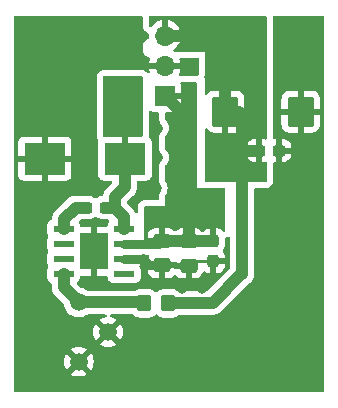
<source format=gtl>
G04 #@! TF.GenerationSoftware,KiCad,Pcbnew,(6.0.1)*
G04 #@! TF.CreationDate,2022-06-09T14:01:23-07:00*
G04 #@! TF.ProjectId,Regulator_5V_rev1_2,52656775-6c61-4746-9f72-5f35565f7265,1.2*
G04 #@! TF.SameCoordinates,Original*
G04 #@! TF.FileFunction,Copper,L1,Top*
G04 #@! TF.FilePolarity,Positive*
%FSLAX46Y46*%
G04 Gerber Fmt 4.6, Leading zero omitted, Abs format (unit mm)*
G04 Created by KiCad (PCBNEW (6.0.1)) date 2022-06-09 14:01:23*
%MOMM*%
%LPD*%
G01*
G04 APERTURE LIST*
G04 Aperture macros list*
%AMRoundRect*
0 Rectangle with rounded corners*
0 $1 Rounding radius*
0 $2 $3 $4 $5 $6 $7 $8 $9 X,Y pos of 4 corners*
0 Add a 4 corners polygon primitive as box body*
4,1,4,$2,$3,$4,$5,$6,$7,$8,$9,$2,$3,0*
0 Add four circle primitives for the rounded corners*
1,1,$1+$1,$2,$3*
1,1,$1+$1,$4,$5*
1,1,$1+$1,$6,$7*
1,1,$1+$1,$8,$9*
0 Add four rect primitives between the rounded corners*
20,1,$1+$1,$2,$3,$4,$5,0*
20,1,$1+$1,$4,$5,$6,$7,0*
20,1,$1+$1,$6,$7,$8,$9,0*
20,1,$1+$1,$8,$9,$2,$3,0*%
G04 Aperture macros list end*
G04 #@! TA.AperFunction,SMDPad,CuDef*
%ADD10RoundRect,0.250000X-0.875000X-1.025000X0.875000X-1.025000X0.875000X1.025000X-0.875000X1.025000X0*%
G04 #@! TD*
G04 #@! TA.AperFunction,SMDPad,CuDef*
%ADD11RoundRect,0.237500X-0.300000X-0.237500X0.300000X-0.237500X0.300000X0.237500X-0.300000X0.237500X0*%
G04 #@! TD*
G04 #@! TA.AperFunction,SMDPad,CuDef*
%ADD12R,1.778000X0.533400*%
G04 #@! TD*
G04 #@! TA.AperFunction,SMDPad,CuDef*
%ADD13R,2.400000X3.099999*%
G04 #@! TD*
G04 #@! TA.AperFunction,SMDPad,CuDef*
%ADD14RoundRect,0.250000X-0.475000X0.337500X-0.475000X-0.337500X0.475000X-0.337500X0.475000X0.337500X0*%
G04 #@! TD*
G04 #@! TA.AperFunction,SMDPad,CuDef*
%ADD15RoundRect,0.250000X0.350000X0.450000X-0.350000X0.450000X-0.350000X-0.450000X0.350000X-0.450000X0*%
G04 #@! TD*
G04 #@! TA.AperFunction,SMDPad,CuDef*
%ADD16R,3.500000X2.700000*%
G04 #@! TD*
G04 #@! TA.AperFunction,ComponentPad*
%ADD17C,1.498600*%
G04 #@! TD*
G04 #@! TA.AperFunction,SMDPad,CuDef*
%ADD18RoundRect,0.237500X-0.237500X0.300000X-0.237500X-0.300000X0.237500X-0.300000X0.237500X0.300000X0*%
G04 #@! TD*
G04 #@! TA.AperFunction,ComponentPad*
%ADD19R,1.700000X1.700000*%
G04 #@! TD*
G04 #@! TA.AperFunction,ComponentPad*
%ADD20O,1.700000X1.700000*%
G04 #@! TD*
G04 #@! TA.AperFunction,ViaPad*
%ADD21C,0.800000*%
G04 #@! TD*
G04 #@! TA.AperFunction,Conductor*
%ADD22C,1.000000*%
G04 #@! TD*
G04 #@! TA.AperFunction,Conductor*
%ADD23C,0.250000*%
G04 #@! TD*
G04 #@! TA.AperFunction,Conductor*
%ADD24C,0.750000*%
G04 #@! TD*
G04 #@! TA.AperFunction,Conductor*
%ADD25C,0.500000*%
G04 #@! TD*
G04 APERTURE END LIST*
D10*
X147676000Y-80518000D03*
X154076000Y-80518000D03*
D11*
X150521500Y-83820000D03*
X152246500Y-83820000D03*
D12*
X134002350Y-90449500D03*
X134002350Y-91719500D03*
X134002350Y-92989500D03*
X134002350Y-94259500D03*
X139133150Y-94259500D03*
X139133150Y-92989500D03*
X139133150Y-91719500D03*
X139133150Y-90449500D03*
D13*
X136567750Y-92354500D03*
D14*
X144590000Y-91476500D03*
X144590000Y-93551500D03*
D15*
X142850000Y-96750000D03*
X140850000Y-96750000D03*
D11*
X135857500Y-88640000D03*
X137582500Y-88640000D03*
D16*
X139200000Y-84500000D03*
X132400000Y-84500000D03*
D17*
X135274500Y-96681000D03*
X137774500Y-99181000D03*
X135274500Y-101681000D03*
D18*
X146690000Y-91451500D03*
X146690000Y-93176500D03*
D19*
X142565000Y-79185000D03*
D20*
X142565000Y-76645000D03*
X142565000Y-74105000D03*
D14*
X142340000Y-91466500D03*
X142340000Y-93541500D03*
D21*
X141900000Y-87000000D03*
X142000000Y-81900000D03*
X152400000Y-88138000D03*
X131064000Y-93218000D03*
X134410000Y-76800000D03*
X145700000Y-95500000D03*
X152175000Y-101225000D03*
X152420000Y-92740000D03*
X136620000Y-89960000D03*
X144018000Y-95504000D03*
X154130000Y-83810000D03*
X131064000Y-88900000D03*
X136550000Y-94750000D03*
X140720000Y-92990000D03*
X142000000Y-84400000D03*
X154020000Y-75220000D03*
X136050000Y-84450000D03*
X138000000Y-78200000D03*
X140300000Y-85200000D03*
X138000000Y-83800000D03*
X138000000Y-85100000D03*
X139900000Y-81600000D03*
X139900000Y-79900000D03*
X137950000Y-79950000D03*
X137950000Y-81650000D03*
X139900000Y-78200000D03*
X140200000Y-83800000D03*
X146350000Y-77570000D03*
X150190000Y-77550000D03*
X150200000Y-79650000D03*
X150250000Y-81350000D03*
X147676000Y-80518000D03*
X148350000Y-77570000D03*
D22*
X134002350Y-89647650D02*
X134002350Y-90449500D01*
X135857500Y-88640000D02*
X135010000Y-88640000D01*
X135010000Y-88640000D02*
X134002350Y-89647650D01*
X135274500Y-96681000D02*
X140781000Y-96681000D01*
D23*
X140781000Y-96681000D02*
X140850000Y-96750000D01*
D22*
X134002350Y-94259500D02*
X134002350Y-95408850D01*
X134002350Y-95408850D02*
X135274500Y-96681000D01*
D24*
X142340000Y-93541500D02*
X141271500Y-93541500D01*
D23*
X146690000Y-93176500D02*
X144965000Y-93176500D01*
X139133650Y-92990000D02*
X139133150Y-92989500D01*
D24*
X140720000Y-92990000D02*
X139133650Y-92990000D01*
X141271500Y-93541500D02*
X140720000Y-92990000D01*
D23*
X142350000Y-93551500D02*
X142340000Y-93541500D01*
X144590000Y-93551500D02*
X142350000Y-93551500D01*
X144965000Y-93176500D02*
X144590000Y-93551500D01*
X144920000Y-93557500D02*
X144910000Y-93547500D01*
X144925000Y-91457500D02*
X144910000Y-91472500D01*
D25*
X142340000Y-91466500D02*
X142087000Y-91719500D01*
D22*
X142565000Y-79185000D02*
X144590000Y-81210000D01*
D24*
X142355000Y-91451500D02*
X142340000Y-91466500D01*
X142087000Y-91719500D02*
X139133150Y-91719500D01*
D22*
X146690000Y-91451500D02*
X142355000Y-91451500D01*
X144590000Y-81210000D02*
X144590000Y-91476500D01*
D25*
X144910000Y-91472500D02*
X144657000Y-91725500D01*
D22*
X138320000Y-87780000D02*
X139200000Y-86900000D01*
X138745000Y-89065000D02*
X139133150Y-89453150D01*
X138320000Y-88640000D02*
X138745000Y-89065000D01*
X139200000Y-86900000D02*
X139200000Y-84500000D01*
X139133150Y-89453150D02*
X139133150Y-90449500D01*
X138320000Y-88640000D02*
X138320000Y-87780000D01*
X137582500Y-88640000D02*
X138320000Y-88640000D01*
X142900000Y-96700000D02*
X142850000Y-96750000D01*
X146640614Y-96700000D02*
X149038614Y-94302000D01*
X149098000Y-83820000D02*
X149098000Y-80772000D01*
X146985000Y-74105000D02*
X147676000Y-74796000D01*
X149098000Y-80772000D02*
X148844000Y-80518000D01*
D23*
X149038614Y-94302000D02*
X149098000Y-94302000D01*
D22*
X146640614Y-96700000D02*
X142900000Y-96700000D01*
X147676000Y-78924000D02*
X147676000Y-80518000D01*
X147676000Y-74796000D02*
X147676000Y-78924000D01*
X142565000Y-74105000D02*
X146985000Y-74105000D01*
X148844000Y-80518000D02*
X147676000Y-80518000D01*
X149098000Y-94302000D02*
X149098000Y-83820000D01*
X150521500Y-83820000D02*
X149098000Y-83820000D01*
G04 #@! TA.AperFunction,Conductor*
G36*
X140658121Y-72428002D02*
G01*
X140704614Y-72481658D01*
X140716000Y-72534000D01*
X140716000Y-73252578D01*
X140720226Y-73317964D01*
X140724401Y-73350131D01*
X140737008Y-73414434D01*
X140793442Y-73547558D01*
X140830172Y-73608315D01*
X140921826Y-73720150D01*
X141041274Y-73801630D01*
X141105021Y-73832884D01*
X141109296Y-73834268D01*
X141109299Y-73834269D01*
X141126310Y-73839775D01*
X141184960Y-73879783D01*
X141212670Y-73945149D01*
X141212794Y-73973040D01*
X141202251Y-74071695D01*
X141202548Y-74076848D01*
X141202548Y-74076851D01*
X141212380Y-74247370D01*
X141196332Y-74316529D01*
X141145442Y-74366034D01*
X141122087Y-74375519D01*
X141095277Y-74383391D01*
X141095275Y-74383392D01*
X141086628Y-74385931D01*
X140964990Y-74464103D01*
X140911334Y-74510596D01*
X140816645Y-74619872D01*
X140756579Y-74751398D01*
X140736577Y-74819519D01*
X140735937Y-74823967D01*
X140735936Y-74823974D01*
X140716639Y-74958190D01*
X140716638Y-74958197D01*
X140716000Y-74962638D01*
X140716000Y-75312000D01*
X140727609Y-75419980D01*
X140738995Y-75472322D01*
X140773293Y-75575372D01*
X140851465Y-75697010D01*
X140897958Y-75750666D01*
X141007234Y-75845355D01*
X141138760Y-75905421D01*
X141162514Y-75912396D01*
X141202558Y-75924154D01*
X141202562Y-75924155D01*
X141206881Y-75925423D01*
X141211338Y-75926064D01*
X141211348Y-75926066D01*
X141221891Y-75927582D01*
X141286472Y-75957075D01*
X141324855Y-76016801D01*
X141324855Y-76087798D01*
X141318247Y-76105349D01*
X141288339Y-76169782D01*
X141284775Y-76179470D01*
X141229389Y-76379183D01*
X141230912Y-76387607D01*
X141243292Y-76391000D01*
X143883344Y-76391000D01*
X143896875Y-76387027D01*
X143898180Y-76377947D01*
X143856214Y-76210875D01*
X143852894Y-76201124D01*
X143818596Y-76122242D01*
X143809777Y-76051795D01*
X143840443Y-75987763D01*
X143900860Y-75950476D01*
X143934146Y-75946000D01*
X145312000Y-75946000D01*
X145380121Y-75966002D01*
X145426614Y-76019658D01*
X145438000Y-76072000D01*
X145438000Y-77384545D01*
X145417998Y-77452666D01*
X145364342Y-77499159D01*
X145294069Y-77509263D01*
X145178448Y-77492639D01*
X145178441Y-77492638D01*
X145174000Y-77492000D01*
X144013779Y-77492000D01*
X144012121Y-77492090D01*
X144012104Y-77492090D01*
X143977126Y-77493979D01*
X143959062Y-77494955D01*
X143957373Y-77495138D01*
X143933761Y-77497696D01*
X143933757Y-77497697D01*
X143932073Y-77497879D01*
X143877971Y-77506716D01*
X143877586Y-77504358D01*
X143817212Y-77502833D01*
X143758474Y-77462953D01*
X143730621Y-77397648D01*
X143742795Y-77327045D01*
X143829670Y-77151267D01*
X143833469Y-77141672D01*
X143895377Y-76937910D01*
X143897555Y-76927837D01*
X143898986Y-76916962D01*
X143896775Y-76902778D01*
X143883617Y-76899000D01*
X141248225Y-76899000D01*
X141234694Y-76902973D01*
X141233257Y-76912966D01*
X141263565Y-77047446D01*
X141266644Y-77057275D01*
X141293216Y-77122713D01*
X141300312Y-77193354D01*
X141268090Y-77256617D01*
X141206781Y-77292418D01*
X141135849Y-77289388D01*
X141075605Y-77245627D01*
X141074969Y-77244777D01*
X141072535Y-77240990D01*
X141069590Y-77237591D01*
X141069586Y-77237586D01*
X141028982Y-77190727D01*
X141026042Y-77187334D01*
X141007213Y-77171018D01*
X140973346Y-77141672D01*
X140916766Y-77092645D01*
X140785240Y-77032579D01*
X140761486Y-77025604D01*
X140721442Y-77013846D01*
X140721438Y-77013845D01*
X140717119Y-77012577D01*
X140712671Y-77011937D01*
X140712664Y-77011936D01*
X140578448Y-76992639D01*
X140578441Y-76992638D01*
X140574000Y-76992000D01*
X137426000Y-76992000D01*
X137318020Y-77003609D01*
X137314736Y-77004323D01*
X137314732Y-77004324D01*
X137289661Y-77009778D01*
X137265678Y-77014995D01*
X137162628Y-77049293D01*
X137040990Y-77127465D01*
X136987334Y-77173958D01*
X136984393Y-77177352D01*
X136972803Y-77190727D01*
X136892645Y-77283234D01*
X136832579Y-77414760D01*
X136831311Y-77419079D01*
X136818144Y-77463923D01*
X136812577Y-77482881D01*
X136811937Y-77487329D01*
X136811936Y-77487336D01*
X136792639Y-77621552D01*
X136792638Y-77621559D01*
X136792000Y-77626000D01*
X136792000Y-82516001D01*
X136803609Y-82623981D01*
X136804323Y-82627265D01*
X136804324Y-82627269D01*
X136808811Y-82647895D01*
X136814995Y-82676323D01*
X136849293Y-82779373D01*
X136927465Y-82901011D01*
X136930410Y-82904410D01*
X136933108Y-82908014D01*
X136931905Y-82908915D01*
X136958709Y-82967627D01*
X136952540Y-83024527D01*
X136952855Y-83024602D01*
X136952262Y-83027097D01*
X136951972Y-83029769D01*
X136948255Y-83039684D01*
X136947402Y-83047532D01*
X136947402Y-83047534D01*
X136947390Y-83047648D01*
X136941500Y-83101866D01*
X136941500Y-85898134D01*
X136948255Y-85960316D01*
X136999385Y-86096705D01*
X137086739Y-86213261D01*
X137203295Y-86300615D01*
X137339684Y-86351745D01*
X137401866Y-86358500D01*
X138011074Y-86358500D01*
X138079195Y-86378502D01*
X138125688Y-86432158D01*
X138135792Y-86502432D01*
X138106298Y-86567012D01*
X138100170Y-86573595D01*
X137650617Y-87023149D01*
X137640473Y-87032251D01*
X137610975Y-87055968D01*
X137587682Y-87083727D01*
X137578709Y-87094421D01*
X137575528Y-87098069D01*
X137573885Y-87099881D01*
X137571691Y-87102075D01*
X137544358Y-87135349D01*
X137543696Y-87136147D01*
X137483846Y-87207474D01*
X137481278Y-87212144D01*
X137477897Y-87216261D01*
X137458601Y-87252248D01*
X137434023Y-87298086D01*
X137433394Y-87299245D01*
X137391538Y-87375381D01*
X137391535Y-87375389D01*
X137388567Y-87380787D01*
X137386955Y-87385869D01*
X137384438Y-87390563D01*
X137357238Y-87479531D01*
X137356918Y-87480559D01*
X137328765Y-87569306D01*
X137328765Y-87569307D01*
X137326295Y-87568524D01*
X137297903Y-87621069D01*
X137235741Y-87655368D01*
X137221420Y-87657694D01*
X137135765Y-87666581D01*
X137135761Y-87666582D01*
X137128907Y-87667293D01*
X137122371Y-87669474D01*
X137122369Y-87669474D01*
X137026241Y-87701545D01*
X136963893Y-87722346D01*
X136957661Y-87726202D01*
X136957662Y-87726202D01*
X136823490Y-87809230D01*
X136815969Y-87813884D01*
X136809077Y-87820788D01*
X136807613Y-87821589D01*
X136805062Y-87823611D01*
X136804716Y-87823174D01*
X136746796Y-87854866D01*
X136675976Y-87849863D01*
X136630890Y-87820944D01*
X136628184Y-87818243D01*
X136623003Y-87813071D01*
X136597022Y-87797056D01*
X136481150Y-87725631D01*
X136481148Y-87725630D01*
X136474920Y-87721791D01*
X136309809Y-87667026D01*
X136302973Y-87666326D01*
X136302970Y-87666325D01*
X136251474Y-87661049D01*
X136207072Y-87656500D01*
X136112083Y-87656500D01*
X136080167Y-87651559D01*
X136080093Y-87651909D01*
X136074066Y-87650628D01*
X136068194Y-87648765D01*
X136062077Y-87648079D01*
X136062073Y-87648078D01*
X135989242Y-87639909D01*
X135914273Y-87631500D01*
X135071842Y-87631500D01*
X135058235Y-87630763D01*
X135026737Y-87627341D01*
X135026732Y-87627341D01*
X135020611Y-87626676D01*
X135006655Y-87627897D01*
X134970609Y-87631050D01*
X134965784Y-87631379D01*
X134963313Y-87631500D01*
X134960231Y-87631500D01*
X134937763Y-87633703D01*
X134917489Y-87635691D01*
X134916174Y-87635813D01*
X134883913Y-87638636D01*
X134823587Y-87643913D01*
X134818468Y-87645400D01*
X134813167Y-87645920D01*
X134807262Y-87647703D01*
X134807261Y-87647703D01*
X134793330Y-87651909D01*
X134724194Y-87672782D01*
X134723054Y-87673120D01*
X134633663Y-87699091D01*
X134628929Y-87701545D01*
X134623831Y-87703084D01*
X134618387Y-87705978D01*
X134618386Y-87705979D01*
X134541831Y-87746684D01*
X134540663Y-87747298D01*
X134458074Y-87790108D01*
X134453911Y-87793431D01*
X134449204Y-87795934D01*
X134377082Y-87854755D01*
X134376226Y-87855446D01*
X134337027Y-87886738D01*
X134334523Y-87889242D01*
X134333805Y-87889884D01*
X134329472Y-87893585D01*
X134295938Y-87920935D01*
X134266709Y-87956267D01*
X134258728Y-87965037D01*
X133332967Y-88890799D01*
X133322823Y-88899901D01*
X133293325Y-88923618D01*
X133289358Y-88928346D01*
X133261059Y-88962071D01*
X133257878Y-88965719D01*
X133256235Y-88967531D01*
X133254041Y-88969725D01*
X133226708Y-89002999D01*
X133226046Y-89003797D01*
X133166196Y-89075124D01*
X133163628Y-89079794D01*
X133160247Y-89083911D01*
X133129210Y-89141795D01*
X133116373Y-89165736D01*
X133115744Y-89166895D01*
X133073888Y-89243031D01*
X133073885Y-89243039D01*
X133070917Y-89248437D01*
X133069305Y-89253519D01*
X133066788Y-89258213D01*
X133039588Y-89347181D01*
X133039268Y-89348209D01*
X133011115Y-89436956D01*
X133010521Y-89442252D01*
X133008963Y-89447348D01*
X133007057Y-89466116D01*
X132999568Y-89539837D01*
X132999439Y-89541043D01*
X132993850Y-89590877D01*
X132993850Y-89594404D01*
X132993795Y-89595389D01*
X132993345Y-89601101D01*
X132992420Y-89610203D01*
X132965633Y-89675953D01*
X132911296Y-89715446D01*
X132866645Y-89732185D01*
X132750089Y-89819539D01*
X132662735Y-89936095D01*
X132611605Y-90072484D01*
X132604850Y-90134666D01*
X132604850Y-90764334D01*
X132611605Y-90826516D01*
X132662735Y-90962905D01*
X132697234Y-91008937D01*
X132722081Y-91075441D01*
X132707028Y-91144823D01*
X132697240Y-91160055D01*
X132662735Y-91206095D01*
X132611605Y-91342484D01*
X132604850Y-91404666D01*
X132604850Y-92034334D01*
X132611605Y-92096516D01*
X132662735Y-92232905D01*
X132697234Y-92278937D01*
X132722081Y-92345441D01*
X132707028Y-92414823D01*
X132697240Y-92430055D01*
X132662735Y-92476095D01*
X132611605Y-92612484D01*
X132604850Y-92674666D01*
X132604850Y-93304334D01*
X132611605Y-93366516D01*
X132662735Y-93502905D01*
X132697234Y-93548937D01*
X132722081Y-93615441D01*
X132707028Y-93684823D01*
X132697240Y-93700055D01*
X132662735Y-93746095D01*
X132611605Y-93882484D01*
X132604850Y-93944666D01*
X132604850Y-94574334D01*
X132611605Y-94636516D01*
X132662735Y-94772905D01*
X132750089Y-94889461D01*
X132757269Y-94894842D01*
X132859463Y-94971433D01*
X132859466Y-94971435D01*
X132866645Y-94976815D01*
X132875049Y-94979966D01*
X132875050Y-94979966D01*
X132912078Y-94993847D01*
X132968843Y-95036488D01*
X132993544Y-95103049D01*
X132993850Y-95111829D01*
X132993850Y-95347007D01*
X132993113Y-95360614D01*
X132989026Y-95398238D01*
X132989563Y-95404373D01*
X132993400Y-95448238D01*
X132993729Y-95453064D01*
X132993850Y-95455536D01*
X132993850Y-95458619D01*
X132994151Y-95461687D01*
X132998040Y-95501356D01*
X132998162Y-95502669D01*
X133001588Y-95541828D01*
X133006263Y-95595263D01*
X133007750Y-95600382D01*
X133008270Y-95605683D01*
X133035141Y-95694684D01*
X133035476Y-95695817D01*
X133037134Y-95701522D01*
X133061441Y-95785186D01*
X133063894Y-95789918D01*
X133065434Y-95795019D01*
X133068328Y-95800462D01*
X133109081Y-95877110D01*
X133109693Y-95878276D01*
X133149621Y-95955303D01*
X133152458Y-95960776D01*
X133155781Y-95964939D01*
X133158284Y-95969646D01*
X133217105Y-96041768D01*
X133217796Y-96042624D01*
X133249088Y-96081823D01*
X133251592Y-96084327D01*
X133252234Y-96085045D01*
X133255935Y-96089378D01*
X133283285Y-96122912D01*
X133288032Y-96126839D01*
X133288034Y-96126841D01*
X133318612Y-96152137D01*
X133327392Y-96160127D01*
X133995776Y-96828511D01*
X134030664Y-96895533D01*
X134031077Y-96900249D01*
X134088039Y-97112836D01*
X134181052Y-97312302D01*
X134307288Y-97492587D01*
X134462913Y-97648212D01*
X134467421Y-97651369D01*
X134467424Y-97651371D01*
X134574473Y-97726327D01*
X134643197Y-97774448D01*
X134648179Y-97776771D01*
X134648184Y-97776774D01*
X134799096Y-97847145D01*
X134842664Y-97867461D01*
X134847972Y-97868883D01*
X134847974Y-97868884D01*
X135049936Y-97922999D01*
X135049937Y-97922999D01*
X135055251Y-97924423D01*
X135274500Y-97943605D01*
X135493749Y-97924423D01*
X135499063Y-97922999D01*
X135499064Y-97922999D01*
X135701026Y-97868884D01*
X135701028Y-97868883D01*
X135706336Y-97867461D01*
X135749904Y-97847145D01*
X135900822Y-97776771D01*
X135900825Y-97776769D01*
X135905803Y-97774448D01*
X135974527Y-97726327D01*
X135994579Y-97712287D01*
X136066849Y-97689500D01*
X137527627Y-97689500D01*
X137595748Y-97709502D01*
X137642241Y-97763158D01*
X137652345Y-97833432D01*
X137622851Y-97898012D01*
X137563125Y-97936396D01*
X137550914Y-97939256D01*
X137348145Y-97993588D01*
X137337853Y-97997334D01*
X137148436Y-98085661D01*
X137138940Y-98091144D01*
X137097854Y-98119913D01*
X137089479Y-98130390D01*
X137096548Y-98143838D01*
X137761688Y-98808978D01*
X137775632Y-98816592D01*
X137777465Y-98816461D01*
X137784080Y-98812210D01*
X138453174Y-98143116D01*
X138459604Y-98131341D01*
X138450308Y-98119326D01*
X138410060Y-98091144D01*
X138400565Y-98085661D01*
X138211147Y-97997334D01*
X138200855Y-97993588D01*
X137993662Y-97938071D01*
X137993987Y-97936857D01*
X137935881Y-97908059D01*
X137899411Y-97847145D01*
X137901664Y-97776184D01*
X137941923Y-97717706D01*
X138007407Y-97690276D01*
X138021373Y-97689500D01*
X139864573Y-97689500D01*
X139932694Y-97709502D01*
X139953590Y-97726327D01*
X140021512Y-97794130D01*
X140021517Y-97794134D01*
X140026697Y-97799305D01*
X140032927Y-97803145D01*
X140032928Y-97803146D01*
X140170090Y-97887694D01*
X140177262Y-97892115D01*
X140225332Y-97908059D01*
X140338611Y-97945632D01*
X140338613Y-97945632D01*
X140345139Y-97947797D01*
X140351975Y-97948497D01*
X140351978Y-97948498D01*
X140395031Y-97952909D01*
X140449600Y-97958500D01*
X141250400Y-97958500D01*
X141253646Y-97958163D01*
X141253650Y-97958163D01*
X141349308Y-97948238D01*
X141349312Y-97948237D01*
X141356166Y-97947526D01*
X141362702Y-97945345D01*
X141362704Y-97945345D01*
X141504577Y-97898012D01*
X141523946Y-97891550D01*
X141674348Y-97798478D01*
X141760784Y-97711891D01*
X141823066Y-97677812D01*
X141893886Y-97682815D01*
X141938975Y-97711736D01*
X141972780Y-97745482D01*
X142026697Y-97799305D01*
X142032927Y-97803145D01*
X142032928Y-97803146D01*
X142170090Y-97887694D01*
X142177262Y-97892115D01*
X142225332Y-97908059D01*
X142338611Y-97945632D01*
X142338613Y-97945632D01*
X142345139Y-97947797D01*
X142351975Y-97948497D01*
X142351978Y-97948498D01*
X142395031Y-97952909D01*
X142449600Y-97958500D01*
X143250400Y-97958500D01*
X143253646Y-97958163D01*
X143253650Y-97958163D01*
X143349308Y-97948238D01*
X143349312Y-97948237D01*
X143356166Y-97947526D01*
X143362702Y-97945345D01*
X143362704Y-97945345D01*
X143504577Y-97898012D01*
X143523946Y-97891550D01*
X143674348Y-97798478D01*
X143701488Y-97771291D01*
X143727252Y-97745482D01*
X143789535Y-97711403D01*
X143816425Y-97708500D01*
X146578771Y-97708500D01*
X146592378Y-97709237D01*
X146623876Y-97712659D01*
X146623881Y-97712659D01*
X146630002Y-97713324D01*
X146656252Y-97711027D01*
X146680002Y-97708950D01*
X146684828Y-97708621D01*
X146687300Y-97708500D01*
X146690383Y-97708500D01*
X146702352Y-97707326D01*
X146733120Y-97704310D01*
X146734433Y-97704188D01*
X146778698Y-97700315D01*
X146827027Y-97696087D01*
X146832146Y-97694600D01*
X146837447Y-97694080D01*
X146926448Y-97667209D01*
X146927581Y-97666874D01*
X147011028Y-97642630D01*
X147011032Y-97642628D01*
X147016950Y-97640909D01*
X147021682Y-97638456D01*
X147026783Y-97636916D01*
X147032226Y-97634022D01*
X147108874Y-97593269D01*
X147110040Y-97592657D01*
X147187067Y-97552729D01*
X147192540Y-97549892D01*
X147196703Y-97546569D01*
X147201410Y-97544066D01*
X147273532Y-97485245D01*
X147274388Y-97484554D01*
X147313587Y-97453262D01*
X147316091Y-97450758D01*
X147316809Y-97450116D01*
X147321142Y-97446415D01*
X147354676Y-97419065D01*
X147383902Y-97383737D01*
X147391891Y-97374958D01*
X149563813Y-95203035D01*
X149594527Y-95180472D01*
X149652890Y-95149960D01*
X149807025Y-95026032D01*
X149934154Y-94874526D01*
X149937121Y-94869128D01*
X149937125Y-94869123D01*
X150026467Y-94706608D01*
X150029433Y-94701213D01*
X150046631Y-94647000D01*
X150087373Y-94518564D01*
X150087373Y-94518563D01*
X150089235Y-94512694D01*
X150106500Y-94358773D01*
X150106500Y-87102000D01*
X150126502Y-87033879D01*
X150180158Y-86987386D01*
X150232500Y-86976000D01*
X151108000Y-86976000D01*
X151215980Y-86964391D01*
X151219264Y-86963677D01*
X151219268Y-86963676D01*
X151251000Y-86956773D01*
X151268322Y-86953005D01*
X151371372Y-86918707D01*
X151493010Y-86840535D01*
X151546666Y-86794042D01*
X151641355Y-86684766D01*
X151701421Y-86553240D01*
X151708396Y-86529486D01*
X151720154Y-86489442D01*
X151720155Y-86489438D01*
X151721423Y-86485119D01*
X151722300Y-86479021D01*
X151741361Y-86346448D01*
X151741362Y-86346441D01*
X151742000Y-86342000D01*
X151742000Y-84926692D01*
X151762002Y-84858571D01*
X151815658Y-84812078D01*
X151880841Y-84801348D01*
X151893765Y-84802672D01*
X151900185Y-84803000D01*
X151974385Y-84803000D01*
X151989624Y-84798525D01*
X151990829Y-84797135D01*
X151992500Y-84789452D01*
X151992500Y-84784885D01*
X152500500Y-84784885D01*
X152504975Y-84800124D01*
X152506365Y-84801329D01*
X152514048Y-84803000D01*
X152592766Y-84803000D01*
X152599282Y-84802663D01*
X152693132Y-84792925D01*
X152706528Y-84790032D01*
X152857953Y-84739512D01*
X152871115Y-84733347D01*
X153006492Y-84649574D01*
X153017890Y-84640540D01*
X153130363Y-84527871D01*
X153139375Y-84516460D01*
X153222912Y-84380937D01*
X153229056Y-84367759D01*
X153279315Y-84216234D01*
X153282181Y-84202868D01*
X153291672Y-84110230D01*
X153292000Y-84103815D01*
X153292000Y-84092115D01*
X153287525Y-84076876D01*
X153286135Y-84075671D01*
X153278452Y-84074000D01*
X152518615Y-84074000D01*
X152503376Y-84078475D01*
X152502171Y-84079865D01*
X152500500Y-84087548D01*
X152500500Y-84784885D01*
X151992500Y-84784885D01*
X151992500Y-83547885D01*
X152500500Y-83547885D01*
X152504975Y-83563124D01*
X152506365Y-83564329D01*
X152514048Y-83566000D01*
X153273885Y-83566000D01*
X153289124Y-83561525D01*
X153290329Y-83560135D01*
X153292000Y-83552452D01*
X153292000Y-83536234D01*
X153291663Y-83529718D01*
X153281925Y-83435868D01*
X153279032Y-83422472D01*
X153228512Y-83271047D01*
X153222347Y-83257885D01*
X153138574Y-83122508D01*
X153129540Y-83111110D01*
X153016871Y-82998637D01*
X153005460Y-82989625D01*
X152869937Y-82906088D01*
X152856759Y-82899944D01*
X152705234Y-82849685D01*
X152691868Y-82846819D01*
X152599230Y-82837328D01*
X152592815Y-82837000D01*
X152518615Y-82837000D01*
X152503376Y-82841475D01*
X152502171Y-82842865D01*
X152500500Y-82850548D01*
X152500500Y-83547885D01*
X151992500Y-83547885D01*
X151992500Y-82855115D01*
X151988025Y-82839876D01*
X151986635Y-82838671D01*
X151978952Y-82837000D01*
X151900234Y-82837000D01*
X151893730Y-82837337D01*
X151881001Y-82838657D01*
X151811180Y-82825790D01*
X151759399Y-82777218D01*
X151742000Y-82713329D01*
X151742000Y-81590095D01*
X152443001Y-81590095D01*
X152443338Y-81596614D01*
X152453257Y-81692206D01*
X152456149Y-81705600D01*
X152507588Y-81859784D01*
X152513761Y-81872962D01*
X152599063Y-82010807D01*
X152608099Y-82022208D01*
X152722829Y-82136739D01*
X152734240Y-82145751D01*
X152872243Y-82230816D01*
X152885424Y-82236963D01*
X153039710Y-82288138D01*
X153053086Y-82291005D01*
X153147438Y-82300672D01*
X153153854Y-82301000D01*
X153803885Y-82301000D01*
X153819124Y-82296525D01*
X153820329Y-82295135D01*
X153822000Y-82287452D01*
X153822000Y-82282884D01*
X154330000Y-82282884D01*
X154334475Y-82298123D01*
X154335865Y-82299328D01*
X154343548Y-82300999D01*
X154998095Y-82300999D01*
X155004614Y-82300662D01*
X155100206Y-82290743D01*
X155113600Y-82287851D01*
X155267784Y-82236412D01*
X155280962Y-82230239D01*
X155418807Y-82144937D01*
X155430208Y-82135901D01*
X155544739Y-82021171D01*
X155553751Y-82009760D01*
X155638816Y-81871757D01*
X155644963Y-81858576D01*
X155696138Y-81704290D01*
X155699005Y-81690914D01*
X155708672Y-81596562D01*
X155709000Y-81590146D01*
X155709000Y-80790115D01*
X155704525Y-80774876D01*
X155703135Y-80773671D01*
X155695452Y-80772000D01*
X154348115Y-80772000D01*
X154332876Y-80776475D01*
X154331671Y-80777865D01*
X154330000Y-80785548D01*
X154330000Y-82282884D01*
X153822000Y-82282884D01*
X153822000Y-80790115D01*
X153817525Y-80774876D01*
X153816135Y-80773671D01*
X153808452Y-80772000D01*
X152461116Y-80772000D01*
X152445877Y-80776475D01*
X152444672Y-80777865D01*
X152443001Y-80785548D01*
X152443001Y-81590095D01*
X151742000Y-81590095D01*
X151742000Y-80245885D01*
X152443000Y-80245885D01*
X152447475Y-80261124D01*
X152448865Y-80262329D01*
X152456548Y-80264000D01*
X153803885Y-80264000D01*
X153819124Y-80259525D01*
X153820329Y-80258135D01*
X153822000Y-80250452D01*
X153822000Y-80245885D01*
X154330000Y-80245885D01*
X154334475Y-80261124D01*
X154335865Y-80262329D01*
X154343548Y-80264000D01*
X155690884Y-80264000D01*
X155706123Y-80259525D01*
X155707328Y-80258135D01*
X155708999Y-80250452D01*
X155708999Y-79445905D01*
X155708662Y-79439386D01*
X155698743Y-79343794D01*
X155695851Y-79330400D01*
X155644412Y-79176216D01*
X155638239Y-79163038D01*
X155552937Y-79025193D01*
X155543901Y-79013792D01*
X155429171Y-78899261D01*
X155417760Y-78890249D01*
X155279757Y-78805184D01*
X155266576Y-78799037D01*
X155112290Y-78747862D01*
X155098914Y-78744995D01*
X155004562Y-78735328D01*
X154998145Y-78735000D01*
X154348115Y-78735000D01*
X154332876Y-78739475D01*
X154331671Y-78740865D01*
X154330000Y-78748548D01*
X154330000Y-80245885D01*
X153822000Y-80245885D01*
X153822000Y-78753116D01*
X153817525Y-78737877D01*
X153816135Y-78736672D01*
X153808452Y-78735001D01*
X153153905Y-78735001D01*
X153147386Y-78735338D01*
X153051794Y-78745257D01*
X153038400Y-78748149D01*
X152884216Y-78799588D01*
X152871038Y-78805761D01*
X152733193Y-78891063D01*
X152721792Y-78900099D01*
X152607261Y-79014829D01*
X152598249Y-79026240D01*
X152513184Y-79164243D01*
X152507037Y-79177424D01*
X152455862Y-79331710D01*
X152452995Y-79345086D01*
X152443328Y-79439438D01*
X152443000Y-79445855D01*
X152443000Y-80245885D01*
X151742000Y-80245885D01*
X151742000Y-72534000D01*
X151762002Y-72465879D01*
X151815658Y-72419386D01*
X151868000Y-72408000D01*
X155960000Y-72408000D01*
X156028121Y-72428002D01*
X156074614Y-72481658D01*
X156086000Y-72534000D01*
X156086000Y-104166000D01*
X156065998Y-104234121D01*
X156012342Y-104280614D01*
X155960000Y-104292000D01*
X129926000Y-104292000D01*
X129857879Y-104271998D01*
X129811386Y-104218342D01*
X129800000Y-104166000D01*
X129800000Y-102730659D01*
X134589396Y-102730659D01*
X134598692Y-102742674D01*
X134638940Y-102770856D01*
X134648435Y-102776339D01*
X134837853Y-102864666D01*
X134848145Y-102868412D01*
X135050023Y-102922505D01*
X135060818Y-102924408D01*
X135269025Y-102942624D01*
X135279975Y-102942624D01*
X135488182Y-102924408D01*
X135498977Y-102922505D01*
X135700855Y-102868412D01*
X135711147Y-102864666D01*
X135900565Y-102776339D01*
X135910060Y-102770856D01*
X135951146Y-102742087D01*
X135959521Y-102731610D01*
X135952453Y-102718163D01*
X135287312Y-102053022D01*
X135273368Y-102045408D01*
X135271535Y-102045539D01*
X135264920Y-102049790D01*
X134595826Y-102718884D01*
X134589396Y-102730659D01*
X129800000Y-102730659D01*
X129800000Y-101686475D01*
X134012876Y-101686475D01*
X134031092Y-101894682D01*
X134032995Y-101905477D01*
X134087088Y-102107355D01*
X134090834Y-102117647D01*
X134179161Y-102307064D01*
X134184644Y-102316560D01*
X134213413Y-102357646D01*
X134223890Y-102366021D01*
X134237338Y-102358952D01*
X134902478Y-101693812D01*
X134908856Y-101682132D01*
X135638908Y-101682132D01*
X135639039Y-101683965D01*
X135643290Y-101690580D01*
X136312384Y-102359674D01*
X136324159Y-102366104D01*
X136336174Y-102356808D01*
X136364356Y-102316560D01*
X136369839Y-102307064D01*
X136458166Y-102117647D01*
X136461912Y-102107355D01*
X136516005Y-101905477D01*
X136517908Y-101894682D01*
X136536124Y-101686475D01*
X136536124Y-101675525D01*
X136517908Y-101467318D01*
X136516005Y-101456523D01*
X136461912Y-101254645D01*
X136458166Y-101244353D01*
X136369839Y-101054936D01*
X136364356Y-101045440D01*
X136335587Y-101004354D01*
X136325110Y-100995979D01*
X136311662Y-101003048D01*
X135646522Y-101668188D01*
X135638908Y-101682132D01*
X134908856Y-101682132D01*
X134910092Y-101679868D01*
X134909961Y-101678035D01*
X134905710Y-101671420D01*
X134236616Y-101002326D01*
X134224841Y-100995896D01*
X134212826Y-101005192D01*
X134184644Y-101045440D01*
X134179161Y-101054936D01*
X134090834Y-101244353D01*
X134087088Y-101254645D01*
X134032995Y-101456523D01*
X134031092Y-101467318D01*
X134012876Y-101675525D01*
X134012876Y-101686475D01*
X129800000Y-101686475D01*
X129800000Y-100630390D01*
X134589479Y-100630390D01*
X134596548Y-100643838D01*
X135261688Y-101308978D01*
X135275632Y-101316592D01*
X135277465Y-101316461D01*
X135284080Y-101312210D01*
X135953174Y-100643116D01*
X135959604Y-100631341D01*
X135950308Y-100619326D01*
X135910060Y-100591144D01*
X135900565Y-100585661D01*
X135711147Y-100497334D01*
X135700855Y-100493588D01*
X135498977Y-100439495D01*
X135488182Y-100437592D01*
X135279975Y-100419376D01*
X135269025Y-100419376D01*
X135060818Y-100437592D01*
X135050023Y-100439495D01*
X134848145Y-100493588D01*
X134837853Y-100497334D01*
X134648436Y-100585661D01*
X134638940Y-100591144D01*
X134597854Y-100619913D01*
X134589479Y-100630390D01*
X129800000Y-100630390D01*
X129800000Y-100230659D01*
X137089396Y-100230659D01*
X137098692Y-100242674D01*
X137138940Y-100270856D01*
X137148435Y-100276339D01*
X137337853Y-100364666D01*
X137348145Y-100368412D01*
X137550023Y-100422505D01*
X137560818Y-100424408D01*
X137769025Y-100442624D01*
X137779975Y-100442624D01*
X137988182Y-100424408D01*
X137998977Y-100422505D01*
X138200855Y-100368412D01*
X138211147Y-100364666D01*
X138400565Y-100276339D01*
X138410060Y-100270856D01*
X138451146Y-100242087D01*
X138459521Y-100231610D01*
X138452453Y-100218163D01*
X137787312Y-99553022D01*
X137773368Y-99545408D01*
X137771535Y-99545539D01*
X137764920Y-99549790D01*
X137095826Y-100218884D01*
X137089396Y-100230659D01*
X129800000Y-100230659D01*
X129800000Y-99186475D01*
X136512876Y-99186475D01*
X136531092Y-99394682D01*
X136532995Y-99405477D01*
X136587088Y-99607355D01*
X136590834Y-99617647D01*
X136679161Y-99807064D01*
X136684644Y-99816560D01*
X136713413Y-99857646D01*
X136723890Y-99866021D01*
X136737338Y-99858952D01*
X137402478Y-99193812D01*
X137408856Y-99182132D01*
X138138908Y-99182132D01*
X138139039Y-99183965D01*
X138143290Y-99190580D01*
X138812384Y-99859674D01*
X138824159Y-99866104D01*
X138836174Y-99856808D01*
X138864356Y-99816560D01*
X138869839Y-99807064D01*
X138958166Y-99617647D01*
X138961912Y-99607355D01*
X139016005Y-99405477D01*
X139017908Y-99394682D01*
X139036124Y-99186475D01*
X139036124Y-99175525D01*
X139017908Y-98967318D01*
X139016005Y-98956523D01*
X138961912Y-98754645D01*
X138958166Y-98744353D01*
X138869839Y-98554936D01*
X138864356Y-98545440D01*
X138835587Y-98504354D01*
X138825110Y-98495979D01*
X138811662Y-98503048D01*
X138146522Y-99168188D01*
X138138908Y-99182132D01*
X137408856Y-99182132D01*
X137410092Y-99179868D01*
X137409961Y-99178035D01*
X137405710Y-99171420D01*
X136736616Y-98502326D01*
X136724841Y-98495896D01*
X136712826Y-98505192D01*
X136684644Y-98545440D01*
X136679161Y-98554936D01*
X136590834Y-98744353D01*
X136587088Y-98754645D01*
X136532995Y-98956523D01*
X136531092Y-98967318D01*
X136512876Y-99175525D01*
X136512876Y-99186475D01*
X129800000Y-99186475D01*
X129800000Y-85894669D01*
X130142001Y-85894669D01*
X130142371Y-85901490D01*
X130147895Y-85952352D01*
X130151521Y-85967604D01*
X130196676Y-86088054D01*
X130205214Y-86103649D01*
X130281715Y-86205724D01*
X130294276Y-86218285D01*
X130396351Y-86294786D01*
X130411946Y-86303324D01*
X130532394Y-86348478D01*
X130547649Y-86352105D01*
X130598514Y-86357631D01*
X130605328Y-86358000D01*
X132127885Y-86358000D01*
X132143124Y-86353525D01*
X132144329Y-86352135D01*
X132146000Y-86344452D01*
X132146000Y-86339884D01*
X132654000Y-86339884D01*
X132658475Y-86355123D01*
X132659865Y-86356328D01*
X132667548Y-86357999D01*
X134194669Y-86357999D01*
X134201490Y-86357629D01*
X134252352Y-86352105D01*
X134267604Y-86348479D01*
X134388054Y-86303324D01*
X134403649Y-86294786D01*
X134505724Y-86218285D01*
X134518285Y-86205724D01*
X134594786Y-86103649D01*
X134603324Y-86088054D01*
X134648478Y-85967606D01*
X134652105Y-85952351D01*
X134657631Y-85901486D01*
X134658000Y-85894672D01*
X134658000Y-84772115D01*
X134653525Y-84756876D01*
X134652135Y-84755671D01*
X134644452Y-84754000D01*
X132672115Y-84754000D01*
X132656876Y-84758475D01*
X132655671Y-84759865D01*
X132654000Y-84767548D01*
X132654000Y-86339884D01*
X132146000Y-86339884D01*
X132146000Y-84772115D01*
X132141525Y-84756876D01*
X132140135Y-84755671D01*
X132132452Y-84754000D01*
X130160116Y-84754000D01*
X130144877Y-84758475D01*
X130143672Y-84759865D01*
X130142001Y-84767548D01*
X130142001Y-85894669D01*
X129800000Y-85894669D01*
X129800000Y-84227885D01*
X130142000Y-84227885D01*
X130146475Y-84243124D01*
X130147865Y-84244329D01*
X130155548Y-84246000D01*
X132127885Y-84246000D01*
X132143124Y-84241525D01*
X132144329Y-84240135D01*
X132146000Y-84232452D01*
X132146000Y-84227885D01*
X132654000Y-84227885D01*
X132658475Y-84243124D01*
X132659865Y-84244329D01*
X132667548Y-84246000D01*
X134639884Y-84246000D01*
X134655123Y-84241525D01*
X134656328Y-84240135D01*
X134657999Y-84232452D01*
X134657999Y-83105331D01*
X134657629Y-83098510D01*
X134652105Y-83047648D01*
X134648479Y-83032396D01*
X134603324Y-82911946D01*
X134594786Y-82896351D01*
X134518285Y-82794276D01*
X134505724Y-82781715D01*
X134403649Y-82705214D01*
X134388054Y-82696676D01*
X134267606Y-82651522D01*
X134252351Y-82647895D01*
X134201486Y-82642369D01*
X134194672Y-82642000D01*
X132672115Y-82642000D01*
X132656876Y-82646475D01*
X132655671Y-82647865D01*
X132654000Y-82655548D01*
X132654000Y-84227885D01*
X132146000Y-84227885D01*
X132146000Y-82660116D01*
X132141525Y-82644877D01*
X132140135Y-82643672D01*
X132132452Y-82642001D01*
X130605331Y-82642001D01*
X130598510Y-82642371D01*
X130547648Y-82647895D01*
X130532396Y-82651521D01*
X130411946Y-82696676D01*
X130396351Y-82705214D01*
X130294276Y-82781715D01*
X130281715Y-82794276D01*
X130205214Y-82896351D01*
X130196676Y-82911946D01*
X130151522Y-83032394D01*
X130147895Y-83047649D01*
X130142369Y-83098514D01*
X130142000Y-83105328D01*
X130142000Y-84227885D01*
X129800000Y-84227885D01*
X129800000Y-72534000D01*
X129820002Y-72465879D01*
X129873658Y-72419386D01*
X129926000Y-72408000D01*
X140590000Y-72408000D01*
X140658121Y-72428002D01*
G37*
G04 #@! TD.AperFunction*
G04 #@! TA.AperFunction,Conductor*
G36*
X136764024Y-89430137D02*
G01*
X136809110Y-89459056D01*
X136811616Y-89461557D01*
X136816997Y-89466929D01*
X136823227Y-89470769D01*
X136823228Y-89470770D01*
X136937404Y-89541149D01*
X136965080Y-89558209D01*
X137130191Y-89612974D01*
X137137027Y-89613674D01*
X137137030Y-89613675D01*
X137188526Y-89618951D01*
X137232928Y-89623500D01*
X137327917Y-89623500D01*
X137359833Y-89628441D01*
X137359907Y-89628091D01*
X137365934Y-89629372D01*
X137371806Y-89631235D01*
X137377923Y-89631921D01*
X137377927Y-89631922D01*
X137450758Y-89640091D01*
X137525727Y-89648500D01*
X137757185Y-89648500D01*
X137825306Y-89668502D01*
X137871799Y-89722158D01*
X137881903Y-89792432D01*
X137858011Y-89850065D01*
X137793535Y-89936095D01*
X137742405Y-90072484D01*
X137735650Y-90134666D01*
X137735650Y-90170501D01*
X137715648Y-90238622D01*
X137661992Y-90285115D01*
X137609650Y-90296501D01*
X136839865Y-90296501D01*
X136824626Y-90300976D01*
X136823421Y-90302366D01*
X136821750Y-90310049D01*
X136821750Y-94394383D01*
X136826225Y-94409622D01*
X136827615Y-94410827D01*
X136835298Y-94412498D01*
X137609650Y-94412498D01*
X137677771Y-94432500D01*
X137724264Y-94486156D01*
X137735650Y-94538498D01*
X137735650Y-94574334D01*
X137742405Y-94636516D01*
X137793535Y-94772905D01*
X137880889Y-94889461D01*
X137997445Y-94976815D01*
X138133834Y-95027945D01*
X138196016Y-95034700D01*
X140070284Y-95034700D01*
X140132466Y-95027945D01*
X140268855Y-94976815D01*
X140385411Y-94889461D01*
X140472765Y-94772905D01*
X140523895Y-94636516D01*
X140530650Y-94574334D01*
X140530650Y-93944666D01*
X140528633Y-93926095D01*
X141107001Y-93926095D01*
X141107338Y-93932614D01*
X141117257Y-94028206D01*
X141120149Y-94041600D01*
X141171588Y-94195784D01*
X141177761Y-94208962D01*
X141263063Y-94346807D01*
X141272099Y-94358208D01*
X141386829Y-94472739D01*
X141398240Y-94481751D01*
X141536243Y-94566816D01*
X141549424Y-94572963D01*
X141703710Y-94624138D01*
X141717086Y-94627005D01*
X141811438Y-94636672D01*
X141817854Y-94637000D01*
X142067885Y-94637000D01*
X142083124Y-94632525D01*
X142084329Y-94631135D01*
X142086000Y-94623452D01*
X142086000Y-94618884D01*
X142594000Y-94618884D01*
X142598475Y-94634123D01*
X142599865Y-94635328D01*
X142607548Y-94636999D01*
X142862095Y-94636999D01*
X142868614Y-94636662D01*
X142964206Y-94626743D01*
X142977600Y-94623851D01*
X143131784Y-94572412D01*
X143144962Y-94566239D01*
X143282807Y-94480937D01*
X143294208Y-94471901D01*
X143370784Y-94395192D01*
X143433067Y-94361113D01*
X143503887Y-94366116D01*
X143548975Y-94395037D01*
X143636829Y-94482739D01*
X143648240Y-94491751D01*
X143786243Y-94576816D01*
X143799424Y-94582963D01*
X143953710Y-94634138D01*
X143967086Y-94637005D01*
X144061438Y-94646672D01*
X144067854Y-94647000D01*
X144317885Y-94647000D01*
X144333124Y-94642525D01*
X144334329Y-94641135D01*
X144336000Y-94633452D01*
X144336000Y-93823615D01*
X144331525Y-93808376D01*
X144330135Y-93807171D01*
X144322452Y-93805500D01*
X143362970Y-93805500D01*
X143336187Y-93802621D01*
X143303452Y-93795500D01*
X142612115Y-93795500D01*
X142596876Y-93799975D01*
X142595671Y-93801365D01*
X142594000Y-93809048D01*
X142594000Y-94618884D01*
X142086000Y-94618884D01*
X142086000Y-93813615D01*
X142081525Y-93798376D01*
X142080135Y-93797171D01*
X142072452Y-93795500D01*
X141125116Y-93795500D01*
X141109877Y-93799975D01*
X141108672Y-93801365D01*
X141107001Y-93809048D01*
X141107001Y-93926095D01*
X140528633Y-93926095D01*
X140523895Y-93882484D01*
X140472765Y-93746095D01*
X140437955Y-93699648D01*
X140413107Y-93633141D01*
X140428160Y-93563759D01*
X140437955Y-93548518D01*
X140466936Y-93509849D01*
X140475474Y-93494254D01*
X140520628Y-93373806D01*
X140524255Y-93358551D01*
X140529781Y-93307686D01*
X140530150Y-93300872D01*
X140530150Y-93261615D01*
X140525675Y-93246376D01*
X140524285Y-93245171D01*
X140516602Y-93243500D01*
X139005150Y-93243500D01*
X138937029Y-93223498D01*
X138890536Y-93169842D01*
X138879150Y-93117500D01*
X138879150Y-92861500D01*
X138899152Y-92793379D01*
X138952808Y-92746886D01*
X139005150Y-92735500D01*
X140512034Y-92735500D01*
X140527273Y-92731025D01*
X140528478Y-92729635D01*
X140533028Y-92708717D01*
X140535920Y-92709346D01*
X140550151Y-92660879D01*
X140603807Y-92614386D01*
X140656149Y-92603000D01*
X140812362Y-92603000D01*
X140838558Y-92605753D01*
X140864735Y-92611317D01*
X140866902Y-92611622D01*
X140866905Y-92611622D01*
X140932778Y-92620878D01*
X140932783Y-92620879D01*
X140934950Y-92621183D01*
X140949338Y-92622188D01*
X140967752Y-92623475D01*
X140967762Y-92623475D01*
X140969947Y-92623628D01*
X140972152Y-92623628D01*
X140987488Y-92623627D01*
X141040826Y-92623623D01*
X141047377Y-92622208D01*
X141047380Y-92622208D01*
X141088040Y-92613427D01*
X141158848Y-92618599D01*
X141215619Y-92661232D01*
X141240329Y-92727789D01*
X141221897Y-92802704D01*
X141177184Y-92875243D01*
X141171037Y-92888424D01*
X141119862Y-93042710D01*
X141116995Y-93056086D01*
X141107328Y-93150438D01*
X141107000Y-93156855D01*
X141107000Y-93269385D01*
X141111475Y-93284624D01*
X141112865Y-93285829D01*
X141120548Y-93287500D01*
X143567030Y-93287500D01*
X143593813Y-93290379D01*
X143626548Y-93297500D01*
X144718000Y-93297500D01*
X144786121Y-93317502D01*
X144832614Y-93371158D01*
X144844000Y-93423500D01*
X144844000Y-94628884D01*
X144848475Y-94644123D01*
X144849865Y-94645328D01*
X144857548Y-94646999D01*
X145112095Y-94646999D01*
X145118614Y-94646662D01*
X145214206Y-94636743D01*
X145227600Y-94633851D01*
X145381784Y-94582412D01*
X145394962Y-94576239D01*
X145532807Y-94490937D01*
X145544208Y-94481901D01*
X145658739Y-94367171D01*
X145667751Y-94355760D01*
X145752816Y-94217757D01*
X145758964Y-94204574D01*
X145786593Y-94121275D01*
X145827024Y-94062915D01*
X145892588Y-94035678D01*
X145962469Y-94048211D01*
X145984279Y-94062061D01*
X145993539Y-94069374D01*
X146129063Y-94152912D01*
X146142241Y-94159056D01*
X146293766Y-94209315D01*
X146307132Y-94212181D01*
X146399770Y-94221672D01*
X146406185Y-94222000D01*
X146417885Y-94222000D01*
X146433124Y-94217525D01*
X146434329Y-94216135D01*
X146436000Y-94208452D01*
X146436000Y-94203885D01*
X146944000Y-94203885D01*
X146948475Y-94219124D01*
X146949865Y-94220329D01*
X146957548Y-94222000D01*
X146973766Y-94222000D01*
X146980282Y-94221663D01*
X147074132Y-94211925D01*
X147087528Y-94209032D01*
X147238953Y-94158512D01*
X147252115Y-94152347D01*
X147387492Y-94068574D01*
X147398890Y-94059540D01*
X147511363Y-93946871D01*
X147520375Y-93935460D01*
X147603912Y-93799937D01*
X147610056Y-93786759D01*
X147660315Y-93635234D01*
X147663181Y-93621868D01*
X147672672Y-93529230D01*
X147673000Y-93522815D01*
X147673000Y-93448615D01*
X147668525Y-93433376D01*
X147667135Y-93432171D01*
X147659452Y-93430500D01*
X146962115Y-93430500D01*
X146946876Y-93434975D01*
X146945671Y-93436365D01*
X146944000Y-93444048D01*
X146944000Y-94203885D01*
X146436000Y-94203885D01*
X146436000Y-93048500D01*
X146456002Y-92980379D01*
X146509658Y-92933886D01*
X146562000Y-92922500D01*
X147654885Y-92922500D01*
X147670124Y-92918025D01*
X147671329Y-92916635D01*
X147673000Y-92908952D01*
X147673000Y-92830234D01*
X147672663Y-92823718D01*
X147662925Y-92729868D01*
X147660032Y-92716472D01*
X147609512Y-92565047D01*
X147603347Y-92551885D01*
X147519574Y-92416508D01*
X147510536Y-92405106D01*
X147508861Y-92403433D01*
X147508081Y-92402007D01*
X147505993Y-92399373D01*
X147506444Y-92399016D01*
X147474781Y-92341151D01*
X147479784Y-92270331D01*
X147508701Y-92225246D01*
X147511756Y-92222185D01*
X147516929Y-92217003D01*
X147608209Y-92068920D01*
X147662974Y-91903809D01*
X147673500Y-91801072D01*
X147673500Y-91703985D01*
X147679133Y-91666733D01*
X147682682Y-91655268D01*
X147703355Y-91458575D01*
X147688180Y-91291831D01*
X147701925Y-91222179D01*
X147751146Y-91171014D01*
X147778162Y-91159516D01*
X147828725Y-91144669D01*
X147837372Y-91142130D01*
X147895379Y-91104851D01*
X147963500Y-91084849D01*
X148031621Y-91104851D01*
X148078114Y-91158506D01*
X148089500Y-91210849D01*
X148089500Y-93772689D01*
X148069498Y-93840810D01*
X148052595Y-93861784D01*
X146259785Y-95654595D01*
X146197473Y-95688620D01*
X146170690Y-95691500D01*
X143694100Y-95691500D01*
X143627984Y-95672760D01*
X143528968Y-95611725D01*
X143528966Y-95611724D01*
X143522738Y-95607885D01*
X143362254Y-95554655D01*
X143361389Y-95554368D01*
X143361387Y-95554368D01*
X143354861Y-95552203D01*
X143348025Y-95551503D01*
X143348022Y-95551502D01*
X143304969Y-95547091D01*
X143250400Y-95541500D01*
X142449600Y-95541500D01*
X142446354Y-95541837D01*
X142446350Y-95541837D01*
X142350692Y-95551762D01*
X142350688Y-95551763D01*
X142343834Y-95552474D01*
X142337298Y-95554655D01*
X142337296Y-95554655D01*
X142238693Y-95587552D01*
X142176054Y-95608450D01*
X142025652Y-95701522D01*
X141943408Y-95783910D01*
X141939216Y-95788109D01*
X141876934Y-95822188D01*
X141806114Y-95817185D01*
X141761025Y-95788264D01*
X141678483Y-95705866D01*
X141673303Y-95700695D01*
X141667072Y-95696854D01*
X141528968Y-95611725D01*
X141528966Y-95611724D01*
X141522738Y-95607885D01*
X141362254Y-95554655D01*
X141361389Y-95554368D01*
X141361387Y-95554368D01*
X141354861Y-95552203D01*
X141348025Y-95551503D01*
X141348022Y-95551502D01*
X141304969Y-95547091D01*
X141250400Y-95541500D01*
X140449600Y-95541500D01*
X140446354Y-95541837D01*
X140446350Y-95541837D01*
X140350692Y-95551762D01*
X140350688Y-95551763D01*
X140343834Y-95552474D01*
X140337298Y-95554655D01*
X140337296Y-95554655D01*
X140238693Y-95587552D01*
X140176054Y-95608450D01*
X140169826Y-95612304D01*
X140169824Y-95612305D01*
X140103022Y-95653644D01*
X140036719Y-95672500D01*
X136066849Y-95672500D01*
X135994579Y-95649713D01*
X135967603Y-95630825D01*
X135905803Y-95587552D01*
X135900825Y-95585231D01*
X135900822Y-95585229D01*
X135711318Y-95496862D01*
X135711317Y-95496861D01*
X135706336Y-95494539D01*
X135701028Y-95493117D01*
X135701026Y-95493116D01*
X135499061Y-95439000D01*
X135499057Y-95438999D01*
X135493749Y-95437577D01*
X135489029Y-95437164D01*
X135422009Y-95402275D01*
X135159933Y-95140199D01*
X135125907Y-95077887D01*
X135130972Y-95007072D01*
X135173463Y-94950278D01*
X135247431Y-94894842D01*
X135254611Y-94889461D01*
X135341965Y-94772905D01*
X135393095Y-94636516D01*
X135399850Y-94574334D01*
X135399850Y-94538498D01*
X135419852Y-94470378D01*
X135473508Y-94423885D01*
X135525850Y-94412499D01*
X136295635Y-94412499D01*
X136310874Y-94408024D01*
X136312079Y-94406634D01*
X136313750Y-94398951D01*
X136313750Y-90314617D01*
X136309275Y-90299378D01*
X136307885Y-90298173D01*
X136300202Y-90296502D01*
X135525850Y-90296502D01*
X135457729Y-90276500D01*
X135411236Y-90222844D01*
X135399850Y-90170502D01*
X135399850Y-90134666D01*
X135393095Y-90072484D01*
X135341965Y-89936095D01*
X135321017Y-89908144D01*
X135296170Y-89841638D01*
X135311223Y-89772255D01*
X135332749Y-89743485D01*
X135390829Y-89685405D01*
X135453141Y-89651379D01*
X135479924Y-89648500D01*
X135907269Y-89648500D01*
X135910325Y-89648200D01*
X135910332Y-89648200D01*
X135968840Y-89642463D01*
X136054333Y-89634080D01*
X136060232Y-89632299D01*
X136060237Y-89632298D01*
X136071563Y-89628878D01*
X136107981Y-89623500D01*
X136207072Y-89623500D01*
X136210318Y-89623163D01*
X136210322Y-89623163D01*
X136304235Y-89613419D01*
X136304239Y-89613418D01*
X136311093Y-89612707D01*
X136317629Y-89610526D01*
X136317631Y-89610526D01*
X136450395Y-89566232D01*
X136476107Y-89557654D01*
X136556074Y-89508169D01*
X136617805Y-89469969D01*
X136617806Y-89469968D01*
X136624031Y-89466116D01*
X136630923Y-89459212D01*
X136632387Y-89458411D01*
X136634938Y-89456389D01*
X136635284Y-89456826D01*
X136693204Y-89425134D01*
X136764024Y-89430137D01*
G37*
G04 #@! TD.AperFunction*
G04 #@! TA.AperFunction,Conductor*
G36*
X141409564Y-80441599D02*
G01*
X141468295Y-80485615D01*
X141604684Y-80536745D01*
X141666866Y-80543500D01*
X141966000Y-80543500D01*
X142034121Y-80563502D01*
X142080614Y-80617158D01*
X142092000Y-80669500D01*
X142092000Y-81160270D01*
X142093661Y-81201320D01*
X142095307Y-81221623D01*
X142100285Y-81262436D01*
X142143657Y-81400369D01*
X142174375Y-81464376D01*
X142199333Y-81501631D01*
X142252334Y-81580749D01*
X142252338Y-81580754D01*
X142254846Y-81584498D01*
X142316941Y-81653461D01*
X142332418Y-81674765D01*
X142361270Y-81724740D01*
X142371983Y-81748801D01*
X142389813Y-81803675D01*
X142395290Y-81829441D01*
X142399738Y-81871757D01*
X142401322Y-81886832D01*
X142401322Y-81913172D01*
X142395956Y-81964233D01*
X142395952Y-81964256D01*
X142395289Y-81970562D01*
X142389814Y-81996322D01*
X142385107Y-82010807D01*
X142371983Y-82051199D01*
X142361269Y-82075262D01*
X142332416Y-82125237D01*
X142316933Y-82146547D01*
X142254846Y-82215502D01*
X142228616Y-82247116D01*
X142216254Y-82263305D01*
X142215501Y-82264378D01*
X142215497Y-82264384D01*
X142195967Y-82292227D01*
X142195964Y-82292232D01*
X142192645Y-82296964D01*
X142132579Y-82428490D01*
X142112577Y-82496611D01*
X142111937Y-82501059D01*
X142111936Y-82501066D01*
X142092639Y-82635282D01*
X142092638Y-82635289D01*
X142092000Y-82639730D01*
X142092000Y-83660270D01*
X142093661Y-83701320D01*
X142095307Y-83721623D01*
X142100285Y-83762436D01*
X142143657Y-83900369D01*
X142174375Y-83964376D01*
X142176878Y-83968112D01*
X142252334Y-84080749D01*
X142252338Y-84080754D01*
X142254846Y-84084498D01*
X142316941Y-84153461D01*
X142332418Y-84174765D01*
X142361270Y-84224740D01*
X142371983Y-84248802D01*
X142389813Y-84303677D01*
X142395290Y-84329442D01*
X142401298Y-84386596D01*
X142401322Y-84386829D01*
X142401322Y-84413168D01*
X142396818Y-84456025D01*
X142395290Y-84470558D01*
X142389813Y-84496323D01*
X142371983Y-84551198D01*
X142361269Y-84575262D01*
X142332416Y-84625237D01*
X142316933Y-84646547D01*
X142275136Y-84692967D01*
X142254846Y-84715502D01*
X142228616Y-84747116D01*
X142216254Y-84763305D01*
X142215501Y-84764378D01*
X142215497Y-84764384D01*
X142195967Y-84792227D01*
X142195964Y-84792232D01*
X142192645Y-84796964D01*
X142190244Y-84802220D01*
X142190243Y-84802223D01*
X142185438Y-84812745D01*
X142132579Y-84928490D01*
X142112577Y-84996611D01*
X142111937Y-85001059D01*
X142111936Y-85001066D01*
X142092639Y-85135282D01*
X142092638Y-85135289D01*
X142092000Y-85139730D01*
X142092000Y-86371331D01*
X142093663Y-86412398D01*
X142095310Y-86432705D01*
X142100288Y-86473508D01*
X142143662Y-86611441D01*
X142172950Y-86672466D01*
X142173020Y-86672432D01*
X142173740Y-86673694D01*
X142173577Y-86673772D01*
X142174425Y-86675538D01*
X142192099Y-86701917D01*
X142199341Y-86716916D01*
X142199099Y-86717056D01*
X142200987Y-86720326D01*
X142261269Y-86824738D01*
X142271983Y-86848802D01*
X142289813Y-86903677D01*
X142295290Y-86929442D01*
X142298964Y-86964391D01*
X142301322Y-86986829D01*
X142301322Y-87013171D01*
X142295290Y-87070558D01*
X142289813Y-87096323D01*
X142271983Y-87151198D01*
X142261270Y-87175261D01*
X142239646Y-87212716D01*
X142222252Y-87242843D01*
X142216165Y-87252188D01*
X142216250Y-87252248D01*
X142192645Y-87285903D01*
X142190246Y-87291157D01*
X142190245Y-87291158D01*
X142186552Y-87299245D01*
X142132579Y-87417429D01*
X142131311Y-87421748D01*
X142114192Y-87480051D01*
X142112577Y-87485550D01*
X142111937Y-87489998D01*
X142111936Y-87490005D01*
X142092639Y-87624221D01*
X142092638Y-87624228D01*
X142092000Y-87628669D01*
X142092000Y-87866000D01*
X142071998Y-87934121D01*
X142018342Y-87980614D01*
X141966000Y-87992000D01*
X140926000Y-87992000D01*
X140818020Y-88003609D01*
X140814736Y-88004323D01*
X140814732Y-88004324D01*
X140789661Y-88009778D01*
X140765678Y-88014995D01*
X140662628Y-88049293D01*
X140540990Y-88127465D01*
X140487334Y-88173958D01*
X140392645Y-88283234D01*
X140332579Y-88414760D01*
X140312577Y-88482881D01*
X140311937Y-88487329D01*
X140311936Y-88487336D01*
X140292639Y-88621552D01*
X140292638Y-88621559D01*
X140292000Y-88626000D01*
X140292000Y-88979019D01*
X140271998Y-89047140D01*
X140218342Y-89093633D01*
X140148068Y-89103737D01*
X140083488Y-89074243D01*
X140054748Y-89038171D01*
X140026419Y-88984890D01*
X140025807Y-88983724D01*
X139985879Y-88906697D01*
X139983042Y-88901224D01*
X139979719Y-88897061D01*
X139977216Y-88892354D01*
X139918395Y-88820232D01*
X139917704Y-88819376D01*
X139886412Y-88780177D01*
X139883908Y-88777673D01*
X139883266Y-88776955D01*
X139879565Y-88772622D01*
X139852215Y-88739088D01*
X139816880Y-88709856D01*
X139808114Y-88701879D01*
X139422925Y-88316691D01*
X139405330Y-88299096D01*
X139371305Y-88236783D01*
X139376369Y-88165968D01*
X139405330Y-88120905D01*
X139869384Y-87656851D01*
X139879527Y-87647749D01*
X139904218Y-87627897D01*
X139909025Y-87624032D01*
X139941292Y-87585578D01*
X139944472Y-87581931D01*
X139946115Y-87580119D01*
X139948309Y-87577925D01*
X139975642Y-87544651D01*
X139976348Y-87543800D01*
X140025226Y-87485550D01*
X140036154Y-87472526D01*
X140038722Y-87467856D01*
X140042103Y-87463739D01*
X140073140Y-87405855D01*
X140085977Y-87381914D01*
X140086606Y-87380755D01*
X140128462Y-87304619D01*
X140128465Y-87304611D01*
X140131433Y-87299213D01*
X140133045Y-87294131D01*
X140135562Y-87289437D01*
X140162762Y-87200469D01*
X140163108Y-87199358D01*
X140170753Y-87175261D01*
X140191235Y-87110694D01*
X140191829Y-87105398D01*
X140193387Y-87100302D01*
X140202790Y-87007743D01*
X140202911Y-87006607D01*
X140208500Y-86956773D01*
X140208500Y-86953246D01*
X140208555Y-86952261D01*
X140209002Y-86946581D01*
X140213374Y-86903538D01*
X140209059Y-86857891D01*
X140208500Y-86846033D01*
X140208500Y-86484500D01*
X140228502Y-86416379D01*
X140282158Y-86369886D01*
X140334500Y-86358500D01*
X140998134Y-86358500D01*
X141060316Y-86351745D01*
X141196705Y-86300615D01*
X141313261Y-86213261D01*
X141400615Y-86096705D01*
X141451745Y-85960316D01*
X141458500Y-85898134D01*
X141458500Y-83101866D01*
X141451745Y-83039684D01*
X141400615Y-82903295D01*
X141313261Y-82786739D01*
X141242885Y-82733995D01*
X141200370Y-82677136D01*
X141193732Y-82615238D01*
X141207361Y-82520448D01*
X141207362Y-82520441D01*
X141208000Y-82516000D01*
X141208000Y-80542425D01*
X141228002Y-80474304D01*
X141281658Y-80427811D01*
X141351932Y-80417707D01*
X141409564Y-80441599D01*
G37*
G04 #@! TD.AperFunction*
G04 #@! TA.AperFunction,Conductor*
G36*
X145242121Y-78020002D02*
G01*
X145288614Y-78073658D01*
X145300000Y-78126000D01*
X145300000Y-87000000D01*
X147574000Y-87000000D01*
X147642121Y-87020002D01*
X147688614Y-87073658D01*
X147700000Y-87126000D01*
X147700000Y-90565423D01*
X147679998Y-90633544D01*
X147626342Y-90680037D01*
X147556068Y-90690141D01*
X147491488Y-90660647D01*
X147484982Y-90654596D01*
X147397871Y-90567637D01*
X147386460Y-90558625D01*
X147250937Y-90475088D01*
X147237759Y-90468944D01*
X147086234Y-90418685D01*
X147072868Y-90415819D01*
X146980230Y-90406328D01*
X146973815Y-90406000D01*
X146962115Y-90406000D01*
X146946876Y-90410475D01*
X146945671Y-90411865D01*
X146944000Y-90419548D01*
X146944000Y-91579500D01*
X146923998Y-91647621D01*
X146870342Y-91694114D01*
X146818000Y-91705500D01*
X145881115Y-91705500D01*
X145836720Y-91718535D01*
X145826043Y-91725397D01*
X145790548Y-91730500D01*
X143362970Y-91730500D01*
X143336187Y-91727621D01*
X143303452Y-91720500D01*
X141125116Y-91720500D01*
X141109877Y-91724975D01*
X141108672Y-91726365D01*
X141107001Y-91734048D01*
X141107001Y-91851095D01*
X141107338Y-91857614D01*
X141117256Y-91953201D01*
X141119712Y-91964573D01*
X141114540Y-92035381D01*
X141071908Y-92092153D01*
X141005351Y-92116863D01*
X140970354Y-92114418D01*
X140899803Y-92099422D01*
X140837330Y-92065694D01*
X140803008Y-92003544D01*
X140800000Y-91976175D01*
X140800000Y-91194385D01*
X141107000Y-91194385D01*
X141111475Y-91209624D01*
X141112865Y-91210829D01*
X141120548Y-91212500D01*
X142067885Y-91212500D01*
X142083124Y-91208025D01*
X142084329Y-91206635D01*
X142086000Y-91198952D01*
X142086000Y-91194385D01*
X142594000Y-91194385D01*
X142598475Y-91209624D01*
X142599865Y-91210829D01*
X142607548Y-91212500D01*
X143567030Y-91212500D01*
X143593813Y-91215379D01*
X143626548Y-91222500D01*
X144317885Y-91222500D01*
X144333124Y-91218025D01*
X144334329Y-91216635D01*
X144336000Y-91208952D01*
X144336000Y-91204385D01*
X144844000Y-91204385D01*
X144848475Y-91219624D01*
X144849865Y-91220829D01*
X144857548Y-91222500D01*
X145648885Y-91222500D01*
X145693280Y-91209465D01*
X145703957Y-91202603D01*
X145739452Y-91197500D01*
X146417885Y-91197500D01*
X146433124Y-91193025D01*
X146434329Y-91191635D01*
X146436000Y-91183952D01*
X146436000Y-90424115D01*
X146431525Y-90408876D01*
X146430135Y-90407671D01*
X146422452Y-90406000D01*
X146406234Y-90406000D01*
X146399718Y-90406337D01*
X146305868Y-90416075D01*
X146292472Y-90418968D01*
X146141047Y-90469488D01*
X146127885Y-90475653D01*
X145992508Y-90559426D01*
X145981110Y-90568460D01*
X145863466Y-90686309D01*
X145861996Y-90684842D01*
X145812512Y-90719932D01*
X145741590Y-90723169D01*
X145680175Y-90687549D01*
X145671791Y-90676678D01*
X145671480Y-90676925D01*
X145657901Y-90659792D01*
X145543171Y-90545261D01*
X145531760Y-90536249D01*
X145393757Y-90451184D01*
X145380576Y-90445037D01*
X145226290Y-90393862D01*
X145212914Y-90390995D01*
X145118562Y-90381328D01*
X145112145Y-90381000D01*
X144862115Y-90381000D01*
X144846876Y-90385475D01*
X144845671Y-90386865D01*
X144844000Y-90394548D01*
X144844000Y-91204385D01*
X144336000Y-91204385D01*
X144336000Y-90399116D01*
X144331525Y-90383877D01*
X144330135Y-90382672D01*
X144322452Y-90381001D01*
X144067905Y-90381001D01*
X144061386Y-90381338D01*
X143965794Y-90391257D01*
X143952400Y-90394149D01*
X143798216Y-90445588D01*
X143785038Y-90451761D01*
X143647193Y-90537063D01*
X143635792Y-90546099D01*
X143559216Y-90622808D01*
X143496933Y-90656887D01*
X143426113Y-90651884D01*
X143381025Y-90622963D01*
X143293171Y-90535261D01*
X143281760Y-90526249D01*
X143143757Y-90441184D01*
X143130576Y-90435037D01*
X142976290Y-90383862D01*
X142962914Y-90380995D01*
X142868562Y-90371328D01*
X142862145Y-90371000D01*
X142612115Y-90371000D01*
X142596876Y-90375475D01*
X142595671Y-90376865D01*
X142594000Y-90384548D01*
X142594000Y-91194385D01*
X142086000Y-91194385D01*
X142086000Y-90389116D01*
X142081525Y-90373877D01*
X142080135Y-90372672D01*
X142072452Y-90371001D01*
X141817905Y-90371001D01*
X141811386Y-90371338D01*
X141715794Y-90381257D01*
X141702400Y-90384149D01*
X141548216Y-90435588D01*
X141535038Y-90441761D01*
X141397193Y-90527063D01*
X141385792Y-90536099D01*
X141271261Y-90650829D01*
X141262249Y-90662240D01*
X141177184Y-90800243D01*
X141171037Y-90813424D01*
X141119862Y-90967710D01*
X141116995Y-90981086D01*
X141107328Y-91075438D01*
X141107000Y-91081855D01*
X141107000Y-91194385D01*
X140800000Y-91194385D01*
X140800000Y-88626000D01*
X140820002Y-88557879D01*
X140873658Y-88511386D01*
X140926000Y-88500000D01*
X142600000Y-88500000D01*
X142600000Y-87628669D01*
X142620002Y-87560548D01*
X142632366Y-87544356D01*
X142634621Y-87541852D01*
X142634622Y-87541851D01*
X142639040Y-87536944D01*
X142734527Y-87371556D01*
X142793542Y-87189928D01*
X142813504Y-87000000D01*
X142793542Y-86810072D01*
X142734527Y-86628444D01*
X142639040Y-86463056D01*
X142632366Y-86455643D01*
X142631518Y-86453877D01*
X142630739Y-86452805D01*
X142630935Y-86452663D01*
X142601647Y-86391638D01*
X142600000Y-86371331D01*
X142600000Y-85139730D01*
X142620002Y-85071609D01*
X142632364Y-85055420D01*
X142734621Y-84941852D01*
X142734622Y-84941851D01*
X142739040Y-84936944D01*
X142834527Y-84771556D01*
X142893542Y-84589928D01*
X142913504Y-84400000D01*
X142893542Y-84210072D01*
X142834527Y-84028444D01*
X142739040Y-83863056D01*
X142632364Y-83744580D01*
X142601646Y-83680573D01*
X142600000Y-83660270D01*
X142600000Y-82639730D01*
X142620002Y-82571609D01*
X142632364Y-82555420D01*
X142734621Y-82441852D01*
X142734622Y-82441851D01*
X142739040Y-82436944D01*
X142834527Y-82271556D01*
X142893542Y-82089928D01*
X142901171Y-82017348D01*
X142912814Y-81906565D01*
X142913504Y-81900000D01*
X142893542Y-81710072D01*
X142834527Y-81528444D01*
X142739040Y-81363056D01*
X142632364Y-81244580D01*
X142601646Y-81180573D01*
X142600000Y-81160270D01*
X142600000Y-80668999D01*
X142620002Y-80600878D01*
X142673658Y-80554385D01*
X142726000Y-80542999D01*
X143459669Y-80542999D01*
X143466490Y-80542629D01*
X143517352Y-80537105D01*
X143532604Y-80533479D01*
X143653054Y-80488324D01*
X143668649Y-80479786D01*
X143770724Y-80403285D01*
X143783285Y-80390724D01*
X143859786Y-80288649D01*
X143868324Y-80273054D01*
X143913478Y-80152606D01*
X143917105Y-80137351D01*
X143922631Y-80086486D01*
X143923000Y-80079672D01*
X143923000Y-79457115D01*
X143918525Y-79441876D01*
X143917135Y-79440671D01*
X143909452Y-79439000D01*
X142600000Y-79439000D01*
X142600000Y-78931000D01*
X143904884Y-78931000D01*
X143920123Y-78926525D01*
X143921328Y-78925135D01*
X143922999Y-78917452D01*
X143922999Y-78290331D01*
X143922629Y-78283510D01*
X143917105Y-78232648D01*
X143913479Y-78217397D01*
X143895797Y-78170230D01*
X143890614Y-78099423D01*
X143924535Y-78037054D01*
X143986790Y-78002924D01*
X144013779Y-78000000D01*
X145174000Y-78000000D01*
X145242121Y-78020002D01*
G37*
G04 #@! TD.AperFunction*
G04 #@! TA.AperFunction,Conductor*
G36*
X151176121Y-72428002D02*
G01*
X151222614Y-72481658D01*
X151234000Y-72534000D01*
X151234000Y-82759313D01*
X151213998Y-82827434D01*
X151160342Y-82873927D01*
X151090068Y-82884031D01*
X151068333Y-82878906D01*
X150980234Y-82849685D01*
X150966868Y-82846819D01*
X150874230Y-82837328D01*
X150867815Y-82837000D01*
X150793615Y-82837000D01*
X150778376Y-82841475D01*
X150777171Y-82842865D01*
X150775500Y-82850548D01*
X150775500Y-84784885D01*
X150779975Y-84800124D01*
X150781365Y-84801329D01*
X150789048Y-84803000D01*
X150867766Y-84803000D01*
X150874282Y-84802663D01*
X150968132Y-84792925D01*
X150981528Y-84790032D01*
X151068124Y-84761141D01*
X151139073Y-84758557D01*
X151200157Y-84794740D01*
X151231982Y-84858205D01*
X151234000Y-84880665D01*
X151234000Y-86342000D01*
X151213998Y-86410121D01*
X151160342Y-86456614D01*
X151108000Y-86468000D01*
X146072000Y-86468000D01*
X146003879Y-86447998D01*
X145957386Y-86394342D01*
X145946000Y-86342000D01*
X145946000Y-84103766D01*
X149476000Y-84103766D01*
X149476337Y-84110282D01*
X149486075Y-84204132D01*
X149488968Y-84217528D01*
X149539488Y-84368953D01*
X149545653Y-84382115D01*
X149629426Y-84517492D01*
X149638460Y-84528890D01*
X149751129Y-84641363D01*
X149762540Y-84650375D01*
X149898063Y-84733912D01*
X149911241Y-84740056D01*
X150062766Y-84790315D01*
X150076132Y-84793181D01*
X150168770Y-84802672D01*
X150175185Y-84803000D01*
X150249385Y-84803000D01*
X150264624Y-84798525D01*
X150265829Y-84797135D01*
X150267500Y-84789452D01*
X150267500Y-84092115D01*
X150263025Y-84076876D01*
X150261635Y-84075671D01*
X150253952Y-84074000D01*
X149494115Y-84074000D01*
X149478876Y-84078475D01*
X149477671Y-84079865D01*
X149476000Y-84087548D01*
X149476000Y-84103766D01*
X145946000Y-84103766D01*
X145946000Y-83547885D01*
X149476000Y-83547885D01*
X149480475Y-83563124D01*
X149481865Y-83564329D01*
X149489548Y-83566000D01*
X150249385Y-83566000D01*
X150264624Y-83561525D01*
X150265829Y-83560135D01*
X150267500Y-83552452D01*
X150267500Y-82855115D01*
X150263025Y-82839876D01*
X150261635Y-82838671D01*
X150253952Y-82837000D01*
X150175234Y-82837000D01*
X150168718Y-82837337D01*
X150074868Y-82847075D01*
X150061472Y-82849968D01*
X149910047Y-82900488D01*
X149896885Y-82906653D01*
X149761508Y-82990426D01*
X149750110Y-82999460D01*
X149637637Y-83112129D01*
X149628625Y-83123540D01*
X149545088Y-83259063D01*
X149538944Y-83272241D01*
X149488685Y-83423766D01*
X149485819Y-83437132D01*
X149476328Y-83529770D01*
X149476000Y-83536185D01*
X149476000Y-83547885D01*
X145946000Y-83547885D01*
X145946000Y-82044922D01*
X145966002Y-81976801D01*
X146019658Y-81930308D01*
X146089932Y-81920204D01*
X146154512Y-81949698D01*
X146179144Y-81978618D01*
X146199065Y-82010810D01*
X146208099Y-82022208D01*
X146322829Y-82136739D01*
X146334240Y-82145751D01*
X146472243Y-82230816D01*
X146485424Y-82236963D01*
X146639710Y-82288138D01*
X146653086Y-82291005D01*
X146747438Y-82300672D01*
X146753854Y-82301000D01*
X147403885Y-82301000D01*
X147419124Y-82296525D01*
X147420329Y-82295135D01*
X147422000Y-82287452D01*
X147422000Y-82282884D01*
X147930000Y-82282884D01*
X147934475Y-82298123D01*
X147935865Y-82299328D01*
X147943548Y-82300999D01*
X148598095Y-82300999D01*
X148604614Y-82300662D01*
X148700206Y-82290743D01*
X148713600Y-82287851D01*
X148867784Y-82236412D01*
X148880962Y-82230239D01*
X149018807Y-82144937D01*
X149030208Y-82135901D01*
X149144739Y-82021171D01*
X149153751Y-82009760D01*
X149238816Y-81871757D01*
X149244963Y-81858576D01*
X149296138Y-81704290D01*
X149299005Y-81690914D01*
X149308672Y-81596562D01*
X149309000Y-81590146D01*
X149309000Y-80790115D01*
X149304525Y-80774876D01*
X149303135Y-80773671D01*
X149295452Y-80772000D01*
X147948115Y-80772000D01*
X147932876Y-80776475D01*
X147931671Y-80777865D01*
X147930000Y-80785548D01*
X147930000Y-82282884D01*
X147422000Y-82282884D01*
X147422000Y-80245885D01*
X147930000Y-80245885D01*
X147934475Y-80261124D01*
X147935865Y-80262329D01*
X147943548Y-80264000D01*
X149290884Y-80264000D01*
X149306123Y-80259525D01*
X149307328Y-80258135D01*
X149308999Y-80250452D01*
X149308999Y-79445905D01*
X149308662Y-79439386D01*
X149298743Y-79343794D01*
X149295851Y-79330400D01*
X149244412Y-79176216D01*
X149238239Y-79163038D01*
X149152937Y-79025193D01*
X149143901Y-79013792D01*
X149029171Y-78899261D01*
X149017760Y-78890249D01*
X148879757Y-78805184D01*
X148866576Y-78799037D01*
X148712290Y-78747862D01*
X148698914Y-78744995D01*
X148604562Y-78735328D01*
X148598145Y-78735000D01*
X147948115Y-78735000D01*
X147932876Y-78739475D01*
X147931671Y-78740865D01*
X147930000Y-78748548D01*
X147930000Y-80245885D01*
X147422000Y-80245885D01*
X147422000Y-78753116D01*
X147417525Y-78737877D01*
X147416135Y-78736672D01*
X147408452Y-78735001D01*
X146753905Y-78735001D01*
X146747386Y-78735338D01*
X146651794Y-78745257D01*
X146638400Y-78748149D01*
X146484216Y-78799588D01*
X146471038Y-78805761D01*
X146333193Y-78891063D01*
X146321792Y-78900099D01*
X146207261Y-79014829D01*
X146198249Y-79026240D01*
X146179260Y-79057046D01*
X146126488Y-79104539D01*
X146056416Y-79115963D01*
X145991292Y-79087689D01*
X145951793Y-79028695D01*
X145946000Y-78990930D01*
X145946000Y-72408000D01*
X151108000Y-72408000D01*
X151176121Y-72428002D01*
G37*
G04 #@! TD.AperFunction*
G04 #@! TA.AperFunction,Conductor*
G36*
X140642121Y-77520002D02*
G01*
X140688614Y-77573658D01*
X140700000Y-77626000D01*
X140700000Y-82516000D01*
X140679998Y-82584121D01*
X140626342Y-82630614D01*
X140574000Y-82642000D01*
X139472115Y-82642000D01*
X139456876Y-82646475D01*
X139455671Y-82647865D01*
X139454000Y-82655548D01*
X139454000Y-84628000D01*
X139433998Y-84696121D01*
X139380342Y-84742614D01*
X139328000Y-84754000D01*
X139072000Y-84754000D01*
X139003879Y-84733998D01*
X138957386Y-84680342D01*
X138946000Y-84628000D01*
X138946000Y-82660116D01*
X138941525Y-82644877D01*
X138940135Y-82643672D01*
X138932452Y-82642001D01*
X137426000Y-82642001D01*
X137357879Y-82621999D01*
X137311386Y-82568343D01*
X137300000Y-82516001D01*
X137300000Y-77626000D01*
X137320002Y-77557879D01*
X137373658Y-77511386D01*
X137426000Y-77500000D01*
X140574000Y-77500000D01*
X140642121Y-77520002D01*
G37*
G04 #@! TD.AperFunction*
G04 #@! TA.AperFunction,Conductor*
G36*
X151130000Y-72414460D02*
G01*
X151130000Y-75438000D01*
X143428496Y-75438000D01*
X143360375Y-75417998D01*
X143313882Y-75364342D01*
X143303778Y-75294068D01*
X143333272Y-75229488D01*
X143355328Y-75209421D01*
X143440328Y-75148792D01*
X143448200Y-75142139D01*
X143599052Y-74991812D01*
X143605730Y-74983965D01*
X143730003Y-74811020D01*
X143735313Y-74802183D01*
X143829670Y-74611267D01*
X143833469Y-74601672D01*
X143895377Y-74397910D01*
X143897555Y-74387837D01*
X143898986Y-74376962D01*
X143896775Y-74362778D01*
X143883617Y-74359000D01*
X142437000Y-74359000D01*
X142368879Y-74338998D01*
X142322386Y-74285342D01*
X142311000Y-74233000D01*
X142311000Y-73832885D01*
X142819000Y-73832885D01*
X142823475Y-73848124D01*
X142824865Y-73849329D01*
X142832548Y-73851000D01*
X143883344Y-73851000D01*
X143896875Y-73847027D01*
X143898180Y-73837947D01*
X143856214Y-73670875D01*
X143852894Y-73661124D01*
X143767972Y-73465814D01*
X143763105Y-73456739D01*
X143647426Y-73277926D01*
X143641136Y-73269757D01*
X143497806Y-73112240D01*
X143490273Y-73105215D01*
X143323139Y-72973222D01*
X143314552Y-72967517D01*
X143128117Y-72864599D01*
X143118705Y-72860369D01*
X142917959Y-72789280D01*
X142907988Y-72786646D01*
X142836837Y-72773972D01*
X142823540Y-72775432D01*
X142819000Y-72789989D01*
X142819000Y-73832885D01*
X142311000Y-73832885D01*
X142311000Y-72788102D01*
X142307082Y-72774758D01*
X142292806Y-72772771D01*
X142254324Y-72778660D01*
X142244288Y-72781051D01*
X142041868Y-72847212D01*
X142032359Y-72851209D01*
X141843463Y-72949542D01*
X141834738Y-72955036D01*
X141664433Y-73082905D01*
X141656726Y-73089748D01*
X141509590Y-73243717D01*
X141503104Y-73251727D01*
X141454088Y-73323582D01*
X141399177Y-73368585D01*
X141328652Y-73376756D01*
X141264905Y-73345502D01*
X141228175Y-73284745D01*
X141224000Y-73252578D01*
X141224000Y-72534000D01*
X141244002Y-72465879D01*
X141297658Y-72419386D01*
X141350000Y-72408000D01*
X151108000Y-72408000D01*
X151130000Y-72414460D01*
G37*
G04 #@! TD.AperFunction*
M02*

</source>
